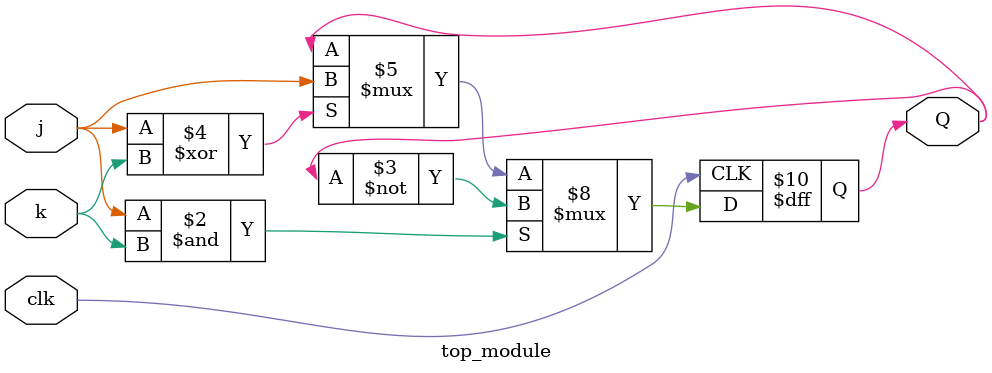
<source format=sv>
module top_module(
    input clk,
    input j,
    input k,
    output reg Q
  );

  always @(posedge clk)
  begin
    if (j & k)
      Q <= ~Q;
    else if (j ^ k)
      Q <= j;
  end

`ifdef COCOTB_SIM

  initial
  begin
    $dumpfile ("top_module.vcd");
    $dumpvars (0, top_module);
    #1;
  end
`endif
endmodule

</source>
